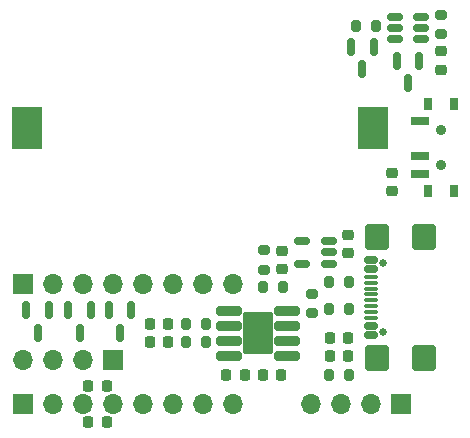
<source format=gbr>
%TF.GenerationSoftware,KiCad,Pcbnew,7.0.9*%
%TF.CreationDate,2024-01-07T17:51:15+01:00*%
%TF.ProjectId,K24LM1MA_veml7700_lightmeter,4b32344c-4d31-44d4-915f-76656d6c3737,rev?*%
%TF.SameCoordinates,Original*%
%TF.FileFunction,Soldermask,Bot*%
%TF.FilePolarity,Negative*%
%FSLAX46Y46*%
G04 Gerber Fmt 4.6, Leading zero omitted, Abs format (unit mm)*
G04 Created by KiCad (PCBNEW 7.0.9) date 2024-01-07 17:51:15*
%MOMM*%
%LPD*%
G01*
G04 APERTURE LIST*
G04 Aperture macros list*
%AMRoundRect*
0 Rectangle with rounded corners*
0 $1 Rounding radius*
0 $2 $3 $4 $5 $6 $7 $8 $9 X,Y pos of 4 corners*
0 Add a 4 corners polygon primitive as box body*
4,1,4,$2,$3,$4,$5,$6,$7,$8,$9,$2,$3,0*
0 Add four circle primitives for the rounded corners*
1,1,$1+$1,$2,$3*
1,1,$1+$1,$4,$5*
1,1,$1+$1,$6,$7*
1,1,$1+$1,$8,$9*
0 Add four rect primitives between the rounded corners*
20,1,$1+$1,$2,$3,$4,$5,0*
20,1,$1+$1,$4,$5,$6,$7,0*
20,1,$1+$1,$6,$7,$8,$9,0*
20,1,$1+$1,$8,$9,$2,$3,0*%
G04 Aperture macros list end*
%ADD10R,1.700000X1.700000*%
%ADD11O,1.700000X1.700000*%
%ADD12RoundRect,0.200000X-0.200000X-0.275000X0.200000X-0.275000X0.200000X0.275000X-0.200000X0.275000X0*%
%ADD13RoundRect,0.225000X0.250000X-0.225000X0.250000X0.225000X-0.250000X0.225000X-0.250000X-0.225000X0*%
%ADD14RoundRect,0.144000X0.943000X0.258000X-0.943000X0.258000X-0.943000X-0.258000X0.943000X-0.258000X0*%
%ADD15RoundRect,0.102000X1.206500X1.651000X-1.206500X1.651000X-1.206500X-1.651000X1.206500X-1.651000X0*%
%ADD16RoundRect,0.150000X-0.150000X0.587500X-0.150000X-0.587500X0.150000X-0.587500X0.150000X0.587500X0*%
%ADD17RoundRect,0.200000X0.200000X0.275000X-0.200000X0.275000X-0.200000X-0.275000X0.200000X-0.275000X0*%
%ADD18RoundRect,0.225000X0.225000X0.250000X-0.225000X0.250000X-0.225000X-0.250000X0.225000X-0.250000X0*%
%ADD19RoundRect,0.200000X-0.275000X0.200000X-0.275000X-0.200000X0.275000X-0.200000X0.275000X0.200000X0*%
%ADD20RoundRect,0.225000X-0.225000X-0.250000X0.225000X-0.250000X0.225000X0.250000X-0.225000X0.250000X0*%
%ADD21RoundRect,0.150000X-0.512500X-0.150000X0.512500X-0.150000X0.512500X0.150000X-0.512500X0.150000X0*%
%ADD22RoundRect,0.218750X0.218750X0.256250X-0.218750X0.256250X-0.218750X-0.256250X0.218750X-0.256250X0*%
%ADD23C,0.650000*%
%ADD24RoundRect,0.150000X-0.425000X0.150000X-0.425000X-0.150000X0.425000X-0.150000X0.425000X0.150000X0*%
%ADD25RoundRect,0.075000X-0.500000X0.075000X-0.500000X-0.075000X0.500000X-0.075000X0.500000X0.075000X0*%
%ADD26RoundRect,0.250000X-0.750000X0.840000X-0.750000X-0.840000X0.750000X-0.840000X0.750000X0.840000X0*%
%ADD27RoundRect,0.150000X0.512500X0.150000X-0.512500X0.150000X-0.512500X-0.150000X0.512500X-0.150000X0*%
%ADD28R,2.600000X3.600000*%
%ADD29RoundRect,0.200000X0.275000X-0.200000X0.275000X0.200000X-0.275000X0.200000X-0.275000X-0.200000X0*%
%ADD30R,0.800000X1.000000*%
%ADD31C,0.900000*%
%ADD32R,1.500000X0.700000*%
G04 APERTURE END LIST*
D10*
%TO.C,J4*%
X129540000Y-133477000D03*
D11*
X127000000Y-133477000D03*
X124460000Y-133477000D03*
X121920000Y-133477000D03*
%TD*%
D10*
%TO.C,J1*%
X121920000Y-127000000D03*
D11*
X124460000Y-127000000D03*
X127000000Y-127000000D03*
X129540000Y-127000000D03*
X132080000Y-127000000D03*
X134620000Y-127000000D03*
X137160000Y-127000000D03*
X139700000Y-127000000D03*
%TD*%
D10*
%TO.C,J3*%
X153924000Y-137160000D03*
D11*
X151384000Y-137160000D03*
X148844000Y-137160000D03*
X146304000Y-137160000D03*
%TD*%
D10*
%TO.C,J2*%
X121920000Y-137160000D03*
D11*
X124460000Y-137160000D03*
X127000000Y-137160000D03*
X129540000Y-137160000D03*
X132080000Y-137160000D03*
X134620000Y-137160000D03*
X137160000Y-137160000D03*
X139700000Y-137160000D03*
%TD*%
D12*
%TO.C,R6*%
X147889000Y-129159000D03*
X149539000Y-129159000D03*
%TD*%
D13*
%TO.C,C12*%
X143896500Y-125743000D03*
X143896500Y-124193000D03*
%TD*%
D14*
%TO.C,U1*%
X144334000Y-129286000D03*
X144334000Y-130556000D03*
X144334000Y-131826000D03*
X144334000Y-133096000D03*
X139384000Y-133096000D03*
X139384000Y-131826000D03*
X139384000Y-130556000D03*
X139384000Y-129286000D03*
D15*
X141859000Y-131191000D03*
%TD*%
D16*
%TO.C,D1*%
X122240000Y-129237500D03*
X124140000Y-129237500D03*
X123190000Y-131112500D03*
%TD*%
D17*
%TO.C,R5*%
X137412000Y-131953000D03*
X135762000Y-131953000D03*
%TD*%
D18*
%TO.C,C14*%
X129045000Y-138684000D03*
X127495000Y-138684000D03*
%TD*%
D19*
%TO.C,R2*%
X157353000Y-104204000D03*
X157353000Y-105854000D03*
%TD*%
D18*
%TO.C,C13*%
X129045000Y-135636000D03*
X127495000Y-135636000D03*
%TD*%
D20*
%TO.C,C10*%
X147942000Y-133096000D03*
X149492000Y-133096000D03*
%TD*%
D16*
%TO.C,Q1*%
X153603500Y-108094500D03*
X155503500Y-108094500D03*
X154553500Y-109969500D03*
%TD*%
D18*
%TO.C,C6*%
X140729000Y-134747000D03*
X139179000Y-134747000D03*
%TD*%
D12*
%TO.C,R10*%
X142309500Y-127254000D03*
X143959500Y-127254000D03*
%TD*%
D21*
%TO.C,U2*%
X153416000Y-106299000D03*
X153416000Y-105349000D03*
X153416000Y-104399000D03*
X155691000Y-104399000D03*
X155691000Y-105349000D03*
X155691000Y-106299000D03*
%TD*%
D16*
%TO.C,Q2*%
X149733000Y-106934000D03*
X151633000Y-106934000D03*
X150683000Y-108809000D03*
%TD*%
D22*
%TO.C,D4*%
X134264500Y-131953000D03*
X132689500Y-131953000D03*
%TD*%
D23*
%TO.C,J5*%
X152459000Y-125253000D03*
X152459000Y-131033000D03*
D24*
X151384000Y-124943000D03*
X151384000Y-125743000D03*
D25*
X151384000Y-126893000D03*
X151384000Y-127893000D03*
X151384000Y-128393000D03*
X151384000Y-129393000D03*
D24*
X151384000Y-130543000D03*
X151384000Y-131343000D03*
X151384000Y-131343000D03*
X151384000Y-130543000D03*
D25*
X151384000Y-129893000D03*
X151384000Y-128893000D03*
X151384000Y-127393000D03*
X151384000Y-126393000D03*
D24*
X151384000Y-125743000D03*
X151384000Y-124943000D03*
D26*
X155889000Y-123033000D03*
X151959000Y-123033000D03*
X155889000Y-133253000D03*
X151959000Y-133253000D03*
%TD*%
D17*
%TO.C,R4*%
X137412000Y-130429000D03*
X135762000Y-130429000D03*
%TD*%
D27*
%TO.C,U3*%
X147822500Y-123383000D03*
X147822500Y-124333000D03*
X147822500Y-125283000D03*
X145547500Y-125283000D03*
X145547500Y-123383000D03*
%TD*%
D13*
%TO.C,C7*%
X153162000Y-119139000D03*
X153162000Y-117589000D03*
%TD*%
D17*
%TO.C,R3*%
X151828000Y-105156000D03*
X150178000Y-105156000D03*
%TD*%
D12*
%TO.C,R7*%
X147889000Y-126873000D03*
X149539000Y-126873000D03*
%TD*%
D13*
%TO.C,C11*%
X149484500Y-124407000D03*
X149484500Y-122857000D03*
%TD*%
D28*
%TO.C,BT1*%
X151556000Y-113792000D03*
X122256000Y-113792000D03*
%TD*%
D13*
%TO.C,C9*%
X157347500Y-108852000D03*
X157347500Y-107302000D03*
%TD*%
D22*
%TO.C,FB1*%
X149504500Y-131572000D03*
X147929500Y-131572000D03*
%TD*%
%TO.C,D5*%
X134264500Y-130429000D03*
X132689500Y-130429000D03*
%TD*%
D12*
%TO.C,R8*%
X147892000Y-134747000D03*
X149542000Y-134747000D03*
%TD*%
D20*
%TO.C,C8*%
X142238250Y-134747000D03*
X143788250Y-134747000D03*
%TD*%
D16*
%TO.C,D2*%
X125796000Y-129237500D03*
X127696000Y-129237500D03*
X126746000Y-131112500D03*
%TD*%
D29*
%TO.C,R1*%
X146431000Y-129476000D03*
X146431000Y-127826000D03*
%TD*%
D30*
%TO.C,SW6*%
X158435000Y-111793000D03*
X156225000Y-111793000D03*
D31*
X157335000Y-113943000D03*
X157335000Y-116943000D03*
D30*
X158435000Y-119093000D03*
X156225000Y-119093000D03*
D32*
X155575000Y-113193000D03*
X155575000Y-116193000D03*
X155575000Y-117693000D03*
%TD*%
D29*
%TO.C,R9*%
X142372500Y-125793000D03*
X142372500Y-124143000D03*
%TD*%
D16*
%TO.C,D3*%
X129225000Y-129237500D03*
X131125000Y-129237500D03*
X130175000Y-131112500D03*
%TD*%
M02*

</source>
